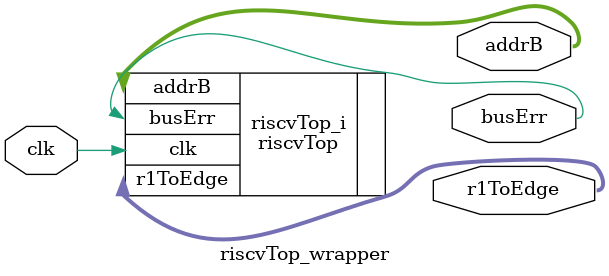
<source format=v>
`timescale 1 ps / 1 ps

module riscvTop_wrapper
   (addrB,
    busErr,
    clk,
    r1ToEdge);
  output [31:0]addrB;
  output busErr;
  input clk;
  output [31:0]r1ToEdge;

  wire [31:0]addrB;
  wire busErr;
  wire clk;
  wire [31:0]r1ToEdge;

  riscvTop riscvTop_i
       (.addrB(addrB),
        .busErr(busErr),
        .clk(clk),
        .r1ToEdge(r1ToEdge));
endmodule

</source>
